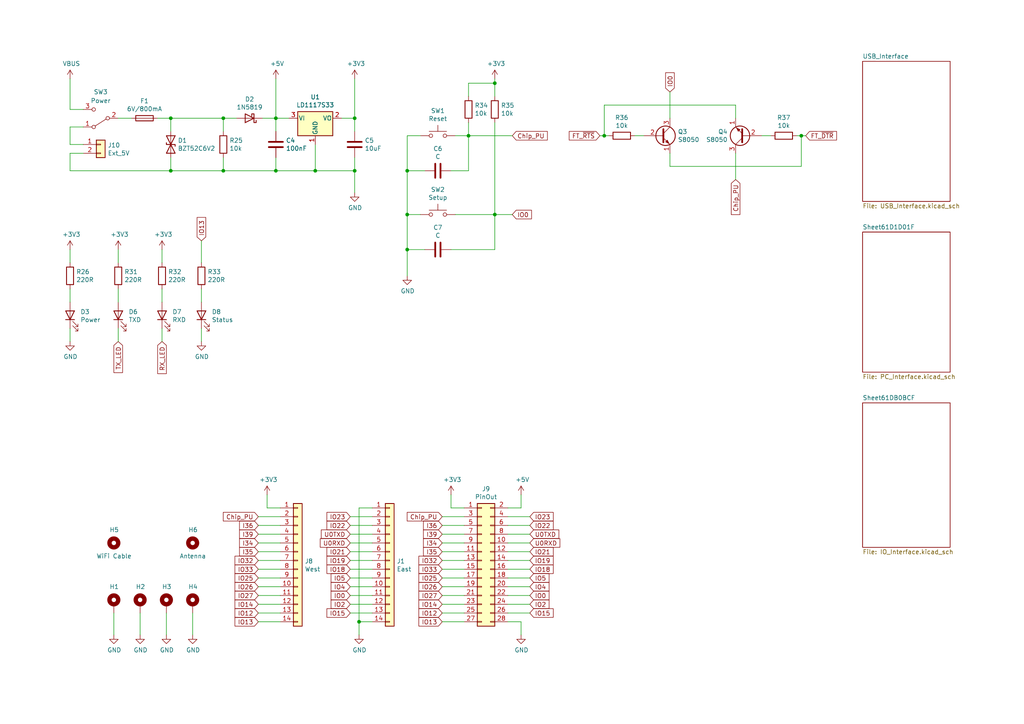
<source format=kicad_sch>
(kicad_sch (version 20211123) (generator eeschema)
  (paper "A4")
  (lib_symbols
    (symbol "Connector_Generic:Conn_01x02" (pin_names (offset 1.016) hide)
      (property "Reference" "J" (at 0 2.54 0))
      (property "Value" "Conn_01x02" (at 0 -5.08 0))
      (symbol "Conn_01x02_1_1"
        (rectangle (start -1.27 -2.413) (end 0 -2.667) (stroke (width 0.1524)))
        (rectangle (start -1.27 0.127) (end 0 -0.127) (stroke (width 0.1524)))
        (rectangle (start -1.27 1.27) (end 1.27 -3.81) (stroke (width 0.254)) (fill (type background)))
        (pin passive line (at -5.08 0 0) (length 3.81) (name "Pin_1") (number "1"))
        (pin passive line (at -5.08 -2.54 0) (length 3.81) (name "Pin_2") (number "2"))
      )
    )
    (symbol "Connector_Generic:Conn_01x14" (pin_names (offset 1.016) hide)
      (property "Reference" "J" (at 0 17.78 0))
      (property "Value" "Conn_01x14" (at 0 -20.32 0))
      (symbol "Conn_01x14_1_1"
        (rectangle (start -1.27 -17.653) (end 0 -17.907) (stroke (width 0.1524)))
        (rectangle (start -1.27 -15.113) (end 0 -15.367) (stroke (width 0.1524)))
        (rectangle (start -1.27 -12.573) (end 0 -12.827) (stroke (width 0.1524)))
        (rectangle (start -1.27 -10.033) (end 0 -10.287) (stroke (width 0.1524)))
        (rectangle (start -1.27 -7.493) (end 0 -7.747) (stroke (width 0.1524)))
        (rectangle (start -1.27 -4.953) (end 0 -5.207) (stroke (width 0.1524)))
        (rectangle (start -1.27 -2.413) (end 0 -2.667) (stroke (width 0.1524)))
        (rectangle (start -1.27 0.127) (end 0 -0.127) (stroke (width 0.1524)))
        (rectangle (start -1.27 2.667) (end 0 2.413) (stroke (width 0.1524)))
        (rectangle (start -1.27 5.207) (end 0 4.953) (stroke (width 0.1524)))
        (rectangle (start -1.27 7.747) (end 0 7.493) (stroke (width 0.1524)))
        (rectangle (start -1.27 10.287) (end 0 10.033) (stroke (width 0.1524)))
        (rectangle (start -1.27 12.827) (end 0 12.573) (stroke (width 0.1524)))
        (rectangle (start -1.27 15.367) (end 0 15.113) (stroke (width 0.1524)))
        (rectangle (start -1.27 16.51) (end 1.27 -19.05) (stroke (width 0.254)) (fill (type background)))
        (pin passive line (at -5.08 15.24 0) (length 3.81) (name "Pin_1") (number "1"))
        (pin passive line (at -5.08 -7.62 0) (length 3.81) (name "Pin_10") (number "10"))
        (pin passive line (at -5.08 -10.16 0) (length 3.81) (name "Pin_11") (number "11"))
        (pin passive line (at -5.08 -12.7 0) (length 3.81) (name "Pin_12") (number "12"))
        (pin passive line (at -5.08 -15.24 0) (length 3.81) (name "Pin_13") (number "13"))
        (pin passive line (at -5.08 -17.78 0) (length 3.81) (name "Pin_14") (number "14"))
        (pin passive line (at -5.08 12.7 0) (length 3.81) (name "Pin_2") (number "2"))
        (pin passive line (at -5.08 10.16 0) (length 3.81) (name "Pin_3") (number "3"))
        (pin passive line (at -5.08 7.62 0) (length 3.81) (name "Pin_4") (number "4"))
        (pin passive line (at -5.08 5.08 0) (length 3.81) (name "Pin_5") (number "5"))
        (pin passive line (at -5.08 2.54 0) (length 3.81) (name "Pin_6") (number "6"))
        (pin passive line (at -5.08 0 0) (length 3.81) (name "Pin_7") (number "7"))
        (pin passive line (at -5.08 -2.54 0) (length 3.81) (name "Pin_8") (number "8"))
        (pin passive line (at -5.08 -5.08 0) (length 3.81) (name "Pin_9") (number "9"))
      )
    )
    (symbol "Connector_Generic:Conn_02x14_Odd_Even" (pin_names (offset 1.016) hide)
      (property "Reference" "J" (at 1.27 17.78 0))
      (property "Value" "Conn_02x14_Odd_Even" (at 1.27 -20.32 0))
      (symbol "Conn_02x14_Odd_Even_1_1"
        (rectangle (start -1.27 -17.653) (end 0 -17.907) (stroke (width 0.1524)))
        (rectangle (start -1.27 -15.113) (end 0 -15.367) (stroke (width 0.1524)))
        (rectangle (start -1.27 -12.573) (end 0 -12.827) (stroke (width 0.1524)))
        (rectangle (start -1.27 -10.033) (end 0 -10.287) (stroke (width 0.1524)))
        (rectangle (start -1.27 -7.493) (end 0 -7.747) (stroke (width 0.1524)))
        (rectangle (start -1.27 -4.953) (end 0 -5.207) (stroke (width 0.1524)))
        (rectangle (start -1.27 -2.413) (end 0 -2.667) (stroke (width 0.1524)))
        (rectangle (start -1.27 0.127) (end 0 -0.127) (stroke (width 0.1524)))
        (rectangle (start -1.27 2.667) (end 0 2.413) (stroke (width 0.1524)))
        (rectangle (start -1.27 5.207) (end 0 4.953) (stroke (width 0.1524)))
        (rectangle (start -1.27 7.747) (end 0 7.493) (stroke (width 0.1524)))
        (rectangle (start -1.27 10.287) (end 0 10.033) (stroke (width 0.1524)))
        (rectangle (start -1.27 12.827) (end 0 12.573) (stroke (width 0.1524)))
        (rectangle (start -1.27 15.367) (end 0 15.113) (stroke (width 0.1524)))
        (rectangle (start -1.27 16.51) (end 3.81 -19.05) (stroke (width 0.254)) (fill (type background)))
        (rectangle (start 3.81 -17.653) (end 2.54 -17.907) (stroke (width 0.1524)))
        (rectangle (start 3.81 -15.113) (end 2.54 -15.367) (stroke (width 0.1524)))
        (rectangle (start 3.81 -12.573) (end 2.54 -12.827) (stroke (width 0.1524)))
        (rectangle (start 3.81 -10.033) (end 2.54 -10.287) (stroke (width 0.1524)))
        (rectangle (start 3.81 -7.493) (end 2.54 -7.747) (stroke (width 0.1524)))
        (rectangle (start 3.81 -4.953) (end 2.54 -5.207) (stroke (width 0.1524)))
        (rectangle (start 3.81 -2.413) (end 2.54 -2.667) (stroke (width 0.1524)))
        (rectangle (start 3.81 0.127) (end 2.54 -0.127) (stroke (width 0.1524)))
        (rectangle (start 3.81 2.667) (end 2.54 2.413) (stroke (width 0.1524)))
        (rectangle (start 3.81 5.207) (end 2.54 4.953) (stroke (width 0.1524)))
        (rectangle (start 3.81 7.747) (end 2.54 7.493) (stroke (width 0.1524)))
        (rectangle (start 3.81 10.287) (end 2.54 10.033) (stroke (width 0.1524)))
        (rectangle (start 3.81 12.827) (end 2.54 12.573) (stroke (width 0.1524)))
        (rectangle (start 3.81 15.367) (end 2.54 15.113) (stroke (width 0.1524)))
        (pin passive line (at -5.08 15.24 0) (length 3.81) (name "Pin_1") (number "1"))
        (pin passive line (at 7.62 5.08 180) (length 3.81) (name "Pin_10") (number "10"))
        (pin passive line (at -5.08 2.54 0) (length 3.81) (name "Pin_11") (number "11"))
        (pin passive line (at 7.62 2.54 180) (length 3.81) (name "Pin_12") (number "12"))
        (pin passive line (at -5.08 0 0) (length 3.81) (name "Pin_13") (number "13"))
        (pin passive line (at 7.62 0 180) (length 3.81) (name "Pin_14") (number "14"))
        (pin passive line (at -5.08 -2.54 0) (length 3.81) (name "Pin_15") (number "15"))
        (pin passive line (at 7.62 -2.54 180) (length 3.81) (name "Pin_16") (number "16"))
        (pin passive line (at -5.08 -5.08 0) (length 3.81) (name "Pin_17") (number "17"))
        (pin passive line (at 7.62 -5.08 180) (length 3.81) (name "Pin_18") (number "18"))
        (pin passive line (at -5.08 -7.62 0) (length 3.81) (name "Pin_19") (number "19"))
        (pin passive line (at 7.62 15.24 180) (length 3.81) (name "Pin_2") (number "2"))
        (pin passive line (at 7.62 -7.62 180) (length 3.81) (name "Pin_20") (number "20"))
        (pin passive line (at -5.08 -10.16 0) (length 3.81) (name "Pin_21") (number "21"))
        (pin passive line (at 7.62 -10.16 180) (length 3.81) (name "Pin_22") (number "22"))
        (pin passive line (at -5.08 -12.7 0) (length 3.81) (name "Pin_23") (number "23"))
        (pin passive line (at 7.62 -12.7 180) (length 3.81) (name "Pin_24") (number "24"))
        (pin passive line (at -5.08 -15.24 0) (length 3.81) (name "Pin_25") (number "25"))
        (pin passive line (at 7.62 -15.24 180) (length 3.81) (name "Pin_26") (number "26"))
        (pin passive line (at -5.08 -17.78 0) (length 3.81) (name "Pin_27") (number "27"))
        (pin passive line (at 7.62 -17.78 180) (length 3.81) (name "Pin_28") (number "28"))
        (pin passive line (at -5.08 12.7 0) (length 3.81) (name "Pin_3") (number "3"))
        (pin passive line (at 7.62 12.7 180) (length 3.81) (name "Pin_4") (number "4"))
        (pin passive line (at -5.08 10.16 0) (length 3.81) (name "Pin_5") (number "5"))
        (pin passive line (at 7.62 10.16 180) (length 3.81) (name "Pin_6") (number "6"))
        (pin passive line (at -5.08 7.62 0) (length 3.81) (name "Pin_7") (number "7"))
        (pin passive line (at 7.62 7.62 180) (length 3.81) (name "Pin_8") (number "8"))
        (pin passive line (at -5.08 5.08 0) (length 3.81) (name "Pin_9") (number "9"))
      )
    )
    (symbol "Device:C" (pin_numbers hide) (pin_names (offset 0.254))
      (property "Reference" "C" (at 0.635 2.54 0))
      (property "Value" "C" (at 0.635 -2.54 0))
      (symbol "C_0_1"
        (polyline (pts (xy -2.032 -0.762) (xy 2.032 -0.762)) (stroke (width 0.508)))
        (polyline (pts (xy -2.032 0.762) (xy 2.032 0.762)) (stroke (width 0.508)))
      )
      (symbol "C_1_1"
        (pin passive line (at 0 3.81 270) (length 2.794) (name "~") (number "1"))
        (pin passive line (at 0 -3.81 90) (length 2.794) (name "~") (number "2"))
      )
    )
    (symbol "Device:D_TVS" (pin_numbers hide) (pin_names (offset 1.016) hide)
      (property "Reference" "D" (at 0 2.54 0))
      (property "Value" "D_TVS" (at 0 -2.54 0))
      (symbol "D_TVS_0_1"
        (polyline (pts (xy 1.27 0) (xy -1.27 0)))
        (polyline (pts (xy 0.508 1.27) (xy 0 1.27) (xy 0 -1.27) (xy -0.508 -1.27)) (stroke (width 0.254)))
        (polyline (pts (xy -2.54 1.27) (xy -2.54 -1.27) (xy 2.54 1.27) (xy 2.54 -1.27) (xy -2.54 1.27)) (stroke (width 0.254)))
      )
      (symbol "D_TVS_1_1"
        (pin passive line (at -3.81 0 0) (length 2.54) (name "A1") (number "1"))
        (pin passive line (at 3.81 0 180) (length 2.54) (name "A2") (number "2"))
      )
    )
    (symbol "Device:Fuse" (pin_numbers hide) (pin_names (offset 0))
      (property "Reference" "F" (at 2.032 0 90))
      (property "Value" "Fuse" (at -1.905 0 90))
      (symbol "Fuse_0_1"
        (rectangle (start -0.762 -2.54) (end 0.762 2.54) (stroke (width 0.254)))
        (polyline (pts (xy 0 2.54) (xy 0 -2.54)))
      )
      (symbol "Fuse_1_1"
        (pin passive line (at 0 3.81 270) (length 1.27) (name "~") (number "1"))
        (pin passive line (at 0 -3.81 90) (length 1.27) (name "~") (number "2"))
      )
    )
    (symbol "Device:LED" (pin_numbers hide) (pin_names (offset 1.016) hide)
      (property "Reference" "D" (at 0 2.54 0))
      (property "Value" "LED" (at 0 -2.54 0))
      (symbol "LED_0_1"
        (polyline (pts (xy -1.27 -1.27) (xy -1.27 1.27)) (stroke (width 0.254)))
        (polyline (pts (xy -1.27 0) (xy 1.27 0)))
        (polyline (pts (xy 1.27 -1.27) (xy 1.27 1.27) (xy -1.27 0) (xy 1.27 -1.27)) (stroke (width 0.254)))
        (polyline (pts (xy -3.048 -0.762) (xy -4.572 -2.286) (xy -3.81 -2.286) (xy -4.572 -2.286) (xy -4.572 -1.524)))
        (polyline (pts (xy -1.778 -0.762) (xy -3.302 -2.286) (xy -2.54 -2.286) (xy -3.302 -2.286) (xy -3.302 -1.524)))
      )
      (symbol "LED_1_1"
        (pin passive line (at -3.81 0 0) (length 2.54) (name "K") (number "1"))
        (pin passive line (at 3.81 0 180) (length 2.54) (name "A") (number "2"))
      )
    )
    (symbol "Device:R" (pin_numbers hide) (pin_names (offset 0))
      (property "Reference" "R" (at 2.032 0 90))
      (property "Value" "R" (at 0 0 90))
      (symbol "R_0_1"
        (rectangle (start -1.016 -2.54) (end 1.016 2.54) (stroke (width 0.254)))
      )
      (symbol "R_1_1"
        (pin passive line (at 0 3.81 270) (length 1.27) (name "~") (number "1"))
        (pin passive line (at 0 -3.81 90) (length 1.27) (name "~") (number "2"))
      )
    )
    (symbol "Diode:1N5819" (pin_numbers hide) (pin_names (offset 1.016) hide)
      (property "Reference" "D" (at 0 2.54 0))
      (property "Value" "1N5819" (at 0 -2.54 0))
      (symbol "1N5819_0_1"
        (polyline (pts (xy 1.27 0) (xy -1.27 0)))
        (polyline (pts (xy 1.27 1.27) (xy 1.27 -1.27) (xy -1.27 0) (xy 1.27 1.27)) (stroke (width 0.254)))
        (polyline (pts (xy -1.905 0.635) (xy -1.905 1.27) (xy -1.27 1.27) (xy -1.27 -1.27) (xy -0.635 -1.27) (xy -0.635 -0.635)) (stroke (width 0.254)))
      )
      (symbol "1N5819_1_1"
        (pin passive line (at -3.81 0 0) (length 2.54) (name "K") (number "1"))
        (pin passive line (at 3.81 0 180) (length 2.54) (name "A") (number "2"))
      )
    )
    (symbol "Mechanical:MountingHole" (pin_names (offset 1.016))
      (property "Reference" "H" (at 0 5.08 0))
      (property "Value" "MountingHole" (at 0 3.175 0))
      (symbol "MountingHole_0_1"
        (circle (center 0 0) (radius 1.27) (stroke (width 1.27)))
      )
    )
    (symbol "Mechanical:MountingHole_Pad" (pin_numbers hide) (pin_names (offset 1.016) hide)
      (property "Reference" "H" (at 0 6.35 0))
      (property "Value" "MountingHole_Pad" (at 0 4.445 0))
      (symbol "MountingHole_Pad_0_1"
        (circle (center 0 1.27) (radius 1.27) (stroke (width 1.27)))
      )
      (symbol "MountingHole_Pad_1_1"
        (pin input line (at 0 -2.54 90) (length 2.54) (name "1") (number "1"))
      )
    )
    (symbol "Regulator_Linear:LD1117S33TR_SOT223" (pin_names (offset 0.254))
      (property "Reference" "U" (at -3.81 3.175 0))
      (property "Value" "LD1117S33TR_SOT223" (at 0 3.175 0))
      (symbol "LD1117S33TR_SOT223_0_1"
        (rectangle (start -5.08 -5.08) (end 5.08 1.905) (stroke (width 0.254)) (fill (type background)))
      )
      (symbol "LD1117S33TR_SOT223_1_1"
        (pin power_in line (at 0 -7.62 90) (length 2.54) (name "GND") (number "1"))
        (pin power_out line (at 7.62 0 180) (length 2.54) (name "VO") (number "2"))
        (pin power_in line (at -7.62 0 0) (length 2.54) (name "VI") (number "3"))
      )
    )
    (symbol "Switch:SW_Push" (pin_numbers hide) (pin_names (offset 1.016) hide)
      (property "Reference" "SW" (at 1.27 2.54 0))
      (property "Value" "SW_Push" (at 0 -1.524 0))
      (symbol "SW_Push_0_1"
        (circle (center -2.032 0) (radius 0.508))
        (polyline (pts (xy 0 1.27) (xy 0 3.048)))
        (polyline (pts (xy 2.54 1.27) (xy -2.54 1.27)))
        (circle (center 2.032 0) (radius 0.508))
        (pin passive line (at -5.08 0 0) (length 2.54) (name "1") (number "1"))
        (pin passive line (at 5.08 0 180) (length 2.54) (name "2") (number "2"))
      )
    )
    (symbol "Switch:SW_SPDT" (pin_names (offset 0) hide)
      (property "Reference" "SW" (at 0 4.318 0))
      (property "Value" "SW_SPDT" (at 0 -5.08 0))
      (symbol "SW_SPDT_0_0"
        (circle (center -2.032 0) (radius 0.508))
        (circle (center 2.032 -2.54) (radius 0.508))
      )
      (symbol "SW_SPDT_0_1"
        (polyline (pts (xy -1.524 0.254) (xy 1.651 2.286)))
        (circle (center 2.032 2.54) (radius 0.508))
      )
      (symbol "SW_SPDT_1_1"
        (pin passive line (at 5.08 2.54 180) (length 2.54) (name "A") (number "1"))
        (pin passive line (at -5.08 0 0) (length 2.54) (name "B") (number "2"))
        (pin passive line (at 5.08 -2.54 180) (length 2.54) (name "C") (number "3"))
      )
    )
    (symbol "Transistor_BJT:S8050" (pin_names (offset 0) hide)
      (property "Reference" "Q" (at 5.08 1.905 0))
      (property "Value" "S8050" (at 5.08 0 0))
      (symbol "S8050_0_1"
        (polyline (pts (xy 0 0) (xy 0.635 0)))
        (polyline (pts (xy 0.635 0.635) (xy 2.54 2.54)))
        (polyline (pts (xy 0.635 -0.635) (xy 2.54 -2.54) (xy 2.54 -2.54)))
        (polyline (pts (xy 0.635 1.905) (xy 0.635 -1.905) (xy 0.635 -1.905)) (stroke (width 0.508)))
        (polyline (pts (xy 1.27 -1.778) (xy 1.778 -1.27) (xy 2.286 -2.286) (xy 1.27 -1.778) (xy 1.27 -1.778)) (fill (type outline)))
        (circle (center 1.27 0) (radius 2.8194) (stroke (width 0.254)))
      )
      (symbol "S8050_1_1"
        (pin passive line (at 2.54 -5.08 90) (length 2.54) (name "E") (number "1"))
        (pin input line (at -5.08 0 0) (length 5.08) (name "B") (number "2"))
        (pin passive line (at 2.54 5.08 270) (length 2.54) (name "C") (number "3"))
      )
    )
    (symbol "power:+3V3" (power) (pin_names (offset 0))
      (property "Value" "+3V3" (at 0 3.556 0))
      (symbol "+3V3_0_1"
        (polyline (pts (xy -0.762 1.27) (xy 0 2.54)))
        (polyline (pts (xy 0 0) (xy 0 2.54)))
        (polyline (pts (xy 0 2.54) (xy 0.762 1.27)))
      )
      (symbol "+3V3_1_1"
        (pin power_in line (at 0 0 90) (length 0) hide (name "+3V3") (number "1"))
      )
    )
    (symbol "power:+5V" (power) (pin_names (offset 0))
      (property "Value" "+5V" (at 0 3.556 0))
      (symbol "+5V_0_1"
        (polyline (pts (xy -0.762 1.27) (xy 0 2.54)))
        (polyline (pts (xy 0 0) (xy 0 2.54)))
        (polyline (pts (xy 0 2.54) (xy 0.762 1.27)))
      )
      (symbol "+5V_1_1"
        (pin power_in line (at 0 0 90) (length 0) hide (name "+5V") (number "1"))
      )
    )
    (symbol "power:GND" (power) (pin_names (offset 0))
      (property "Value" "GND" (at 0 -3.81 0))
      (symbol "GND_0_1"
        (polyline (pts (xy 0 0) (xy 0 -1.27) (xy 1.27 -1.27) (xy 0 -2.54) (xy -1.27 -1.27) (xy 0 -1.27)))
      )
      (symbol "GND_1_1"
        (pin power_in line (at 0 0 270) (length 0) hide (name "GND") (number "1"))
      )
    )
    (symbol "power:VBUS" (power) (pin_names (offset 0))
      (property "Value" "VBUS" (at 0 3.81 0))
      (symbol "VBUS_0_1"
        (polyline (pts (xy -0.762 1.27) (xy 0 2.54)))
        (polyline (pts (xy 0 0) (xy 0 2.54)))
        (polyline (pts (xy 0 2.54) (xy 0.762 1.27)))
      )
      (symbol "VBUS_1_1"
        (pin power_in line (at 0 0 90) (length 0) hide (name "VBUS") (number "1"))
      )
    )
  )
  (junction (at 80.01 49.53))
  (junction (at 104.14 180.34))
  (junction (at 135.89 39.37))
  (junction (at 143.51 24.13))
  (junction (at 118.11 62.23))
  (junction (at 64.77 34.29))
  (junction (at 175.26 39.37))
  (junction (at 118.11 49.53))
  (junction (at 49.53 49.53))
  (junction (at 102.87 49.53))
  (junction (at 64.77 49.53))
  (junction (at 91.44 49.53))
  (junction (at 80.01 34.29))
  (junction (at 143.51 62.23))
  (junction (at 49.53 34.29))
  (junction (at 102.87 34.29))
  (junction (at 118.11 72.39))
  (junction (at 232.41 39.37))
  (wire (pts (xy 118.11 72.39) (xy 123.19 72.39)))
  (wire (pts (xy 104.14 180.34) (xy 104.14 184.15)))
  (wire (pts (xy 121.92 62.23) (xy 118.11 62.23)))
  (wire (pts (xy 118.11 49.53) (xy 123.19 49.53)))
  (wire (pts (xy 20.32 22.86) (xy 20.32 31.75)))
  (wire (pts (xy 20.32 44.45) (xy 20.32 49.53)))
  (wire (pts (xy 130.81 143.51) (xy 130.81 147.32)))
  (wire (pts (xy 74.93 170.18) (xy 81.28 170.18)))
  (wire (pts (xy 130.81 49.53) (xy 135.89 49.53)))
  (wire (pts (xy 118.11 49.53) (xy 118.11 62.23)))
  (wire (pts (xy 194.31 44.45) (xy 194.31 48.26)))
  (wire (pts (xy 213.36 30.48) (xy 213.36 34.29)))
  (wire (pts (xy 20.32 95.25) (xy 20.32 99.06)))
  (wire (pts (xy 147.32 160.02) (xy 153.67 160.02)))
  (wire (pts (xy 80.01 38.1) (xy 80.01 34.29)))
  (wire (pts (xy 20.32 36.83) (xy 20.32 41.91)))
  (wire (pts (xy 153.67 152.4) (xy 147.32 152.4)))
  (wire (pts (xy 194.31 26.67) (xy 194.31 34.29)))
  (wire (pts (xy 34.29 34.29) (xy 38.1 34.29)))
  (wire (pts (xy 102.87 34.29) (xy 102.87 38.1)))
  (wire (pts (xy 80.01 49.53) (xy 64.77 49.53)))
  (wire (pts (xy 153.67 177.8) (xy 147.32 177.8)))
  (wire (pts (xy 101.6 160.02) (xy 107.95 160.02)))
  (wire (pts (xy 143.51 72.39) (xy 143.51 62.23)))
  (wire (pts (xy 143.51 62.23) (xy 143.51 35.56)))
  (wire (pts (xy 102.87 22.86) (xy 102.87 34.29)))
  (wire (pts (xy 49.53 49.53) (xy 49.53 45.72)))
  (wire (pts (xy 135.89 24.13) (xy 143.51 24.13)))
  (wire (pts (xy 101.6 165.1) (xy 107.95 165.1)))
  (wire (pts (xy 80.01 45.72) (xy 80.01 49.53)))
  (wire (pts (xy 91.44 41.91) (xy 91.44 49.53)))
  (wire (pts (xy 147.32 149.86) (xy 153.67 149.86)))
  (wire (pts (xy 55.88 177.8) (xy 55.88 184.15)))
  (wire (pts (xy 49.53 38.1) (xy 49.53 34.29)))
  (wire (pts (xy 107.95 152.4) (xy 101.6 152.4)))
  (wire (pts (xy 101.6 177.8) (xy 107.95 177.8)))
  (wire (pts (xy 232.41 39.37) (xy 231.14 39.37)))
  (wire (pts (xy 101.6 172.72) (xy 107.95 172.72)))
  (wire (pts (xy 118.11 62.23) (xy 118.11 72.39)))
  (wire (pts (xy 153.67 157.48) (xy 147.32 157.48)))
  (wire (pts (xy 134.62 162.56) (xy 128.27 162.56)))
  (wire (pts (xy 147.32 165.1) (xy 153.67 165.1)))
  (wire (pts (xy 128.27 175.26) (xy 134.62 175.26)))
  (wire (pts (xy 153.67 162.56) (xy 147.32 162.56)))
  (wire (pts (xy 130.81 72.39) (xy 143.51 72.39)))
  (wire (pts (xy 118.11 39.37) (xy 118.11 49.53)))
  (wire (pts (xy 232.41 48.26) (xy 232.41 39.37)))
  (wire (pts (xy 46.99 95.25) (xy 46.99 99.06)))
  (wire (pts (xy 34.29 72.39) (xy 34.29 76.2)))
  (wire (pts (xy 34.29 99.06) (xy 34.29 95.25)))
  (wire (pts (xy 64.77 34.29) (xy 68.58 34.29)))
  (wire (pts (xy 184.15 39.37) (xy 186.69 39.37)))
  (wire (pts (xy 64.77 34.29) (xy 49.53 34.29)))
  (wire (pts (xy 20.32 31.75) (xy 24.13 31.75)))
  (wire (pts (xy 34.29 83.82) (xy 34.29 87.63)))
  (wire (pts (xy 80.01 22.86) (xy 80.01 34.29)))
  (wire (pts (xy 143.51 24.13) (xy 143.51 27.94)))
  (wire (pts (xy 74.93 160.02) (xy 81.28 160.02)))
  (wire (pts (xy 101.6 149.86) (xy 107.95 149.86)))
  (wire (pts (xy 135.89 39.37) (xy 135.89 35.56)))
  (wire (pts (xy 101.6 154.94) (xy 107.95 154.94)))
  (wire (pts (xy 33.02 177.8) (xy 33.02 184.15)))
  (wire (pts (xy 102.87 45.72) (xy 102.87 49.53)))
  (wire (pts (xy 99.06 34.29) (xy 102.87 34.29)))
  (wire (pts (xy 40.64 177.8) (xy 40.64 184.15)))
  (wire (pts (xy 81.28 177.8) (xy 74.93 177.8)))
  (wire (pts (xy 134.62 172.72) (xy 128.27 172.72)))
  (wire (pts (xy 128.27 160.02) (xy 134.62 160.02)))
  (wire (pts (xy 49.53 34.29) (xy 45.72 34.29)))
  (wire (pts (xy 81.28 172.72) (xy 74.93 172.72)))
  (wire (pts (xy 64.77 45.72) (xy 64.77 49.53)))
  (wire (pts (xy 153.67 172.72) (xy 147.32 172.72)))
  (wire (pts (xy 91.44 49.53) (xy 80.01 49.53)))
  (wire (pts (xy 81.28 152.4) (xy 74.93 152.4)))
  (wire (pts (xy 135.89 49.53) (xy 135.89 39.37)))
  (wire (pts (xy 128.27 170.18) (xy 134.62 170.18)))
  (wire (pts (xy 81.28 157.48) (xy 74.93 157.48)))
  (wire (pts (xy 80.01 34.29) (xy 83.82 34.29)))
  (wire (pts (xy 58.42 95.25) (xy 58.42 99.06)))
  (wire (pts (xy 134.62 167.64) (xy 128.27 167.64)))
  (wire (pts (xy 128.27 149.86) (xy 134.62 149.86)))
  (wire (pts (xy 74.93 165.1) (xy 81.28 165.1)))
  (wire (pts (xy 147.32 147.32) (xy 151.13 147.32)))
  (wire (pts (xy 147.32 175.26) (xy 153.67 175.26)))
  (wire (pts (xy 153.67 167.64) (xy 147.32 167.64)))
  (wire (pts (xy 64.77 49.53) (xy 49.53 49.53)))
  (wire (pts (xy 64.77 38.1) (xy 64.77 34.29)))
  (wire (pts (xy 77.47 143.51) (xy 77.47 147.32)))
  (wire (pts (xy 46.99 83.82) (xy 46.99 87.63)))
  (wire (pts (xy 220.98 39.37) (xy 223.52 39.37)))
  (wire (pts (xy 46.99 72.39) (xy 46.99 76.2)))
  (wire (pts (xy 194.31 48.26) (xy 232.41 48.26)))
  (wire (pts (xy 20.32 41.91) (xy 24.13 41.91)))
  (wire (pts (xy 118.11 72.39) (xy 118.11 80.01)))
  (wire (pts (xy 135.89 39.37) (xy 148.59 39.37)))
  (wire (pts (xy 143.51 62.23) (xy 148.59 62.23)))
  (wire (pts (xy 213.36 44.45) (xy 213.36 52.07)))
  (wire (pts (xy 81.28 162.56) (xy 74.93 162.56)))
  (wire (pts (xy 74.93 149.86) (xy 81.28 149.86)))
  (wire (pts (xy 147.32 154.94) (xy 153.67 154.94)))
  (wire (pts (xy 128.27 165.1) (xy 134.62 165.1)))
  (wire (pts (xy 24.13 36.83) (xy 20.32 36.83)))
  (wire (pts (xy 48.26 177.8) (xy 48.26 184.15)))
  (wire (pts (xy 128.27 180.34) (xy 134.62 180.34)))
  (wire (pts (xy 128.27 154.94) (xy 134.62 154.94)))
  (wire (pts (xy 173.99 39.37) (xy 175.26 39.37)))
  (wire (pts (xy 132.08 39.37) (xy 135.89 39.37)))
  (wire (pts (xy 20.32 72.39) (xy 20.32 76.2)))
  (wire (pts (xy 134.62 152.4) (xy 128.27 152.4)))
  (wire (pts (xy 107.95 167.64) (xy 101.6 167.64)))
  (wire (pts (xy 175.26 30.48) (xy 175.26 39.37)))
  (wire (pts (xy 107.95 162.56) (xy 101.6 162.56)))
  (wire (pts (xy 121.92 39.37) (xy 118.11 39.37)))
  (wire (pts (xy 130.81 147.32) (xy 134.62 147.32)))
  (wire (pts (xy 104.14 147.32) (xy 104.14 180.34)))
  (wire (pts (xy 107.95 157.48) (xy 101.6 157.48)))
  (wire (pts (xy 101.6 175.26) (xy 107.95 175.26)))
  (wire (pts (xy 24.13 44.45) (xy 20.32 44.45)))
  (wire (pts (xy 135.89 27.94) (xy 135.89 24.13)))
  (wire (pts (xy 101.6 170.18) (xy 107.95 170.18)))
  (wire (pts (xy 151.13 147.32) (xy 151.13 143.51)))
  (wire (pts (xy 147.32 170.18) (xy 153.67 170.18)))
  (wire (pts (xy 77.47 147.32) (xy 81.28 147.32)))
  (wire (pts (xy 104.14 147.32) (xy 107.95 147.32)))
  (wire (pts (xy 74.93 180.34) (xy 81.28 180.34)))
  (wire (pts (xy 102.87 49.53) (xy 91.44 49.53)))
  (wire (pts (xy 20.32 49.53) (xy 49.53 49.53)))
  (wire (pts (xy 74.93 175.26) (xy 81.28 175.26)))
  (wire (pts (xy 232.41 39.37) (xy 233.68 39.37)))
  (wire (pts (xy 58.42 83.82) (xy 58.42 87.63)))
  (wire (pts (xy 107.95 180.34) (xy 104.14 180.34)))
  (wire (pts (xy 81.28 167.64) (xy 74.93 167.64)))
  (wire (pts (xy 20.32 83.82) (xy 20.32 87.63)))
  (wire (pts (xy 102.87 49.53) (xy 102.87 55.88)))
  (wire (pts (xy 74.93 154.94) (xy 81.28 154.94)))
  (wire (pts (xy 213.36 30.48) (xy 175.26 30.48)))
  (wire (pts (xy 143.51 22.86) (xy 143.51 24.13)))
  (wire (pts (xy 151.13 180.34) (xy 151.13 184.15)))
  (wire (pts (xy 58.42 69.85) (xy 58.42 76.2)))
  (wire (pts (xy 175.26 39.37) (xy 176.53 39.37)))
  (wire (pts (xy 76.2 34.29) (xy 80.01 34.29)))
  (wire (pts (xy 132.08 62.23) (xy 143.51 62.23)))
  (wire (pts (xy 134.62 157.48) (xy 128.27 157.48)))
  (wire (pts (xy 134.62 177.8) (xy 128.27 177.8)))
  (wire (pts (xy 147.32 180.34) (xy 151.13 180.34)))
  (global_label "IO13" (shape input) (at 74.93 180.34 180) (property "Intersheet References" "${INTERSHEET_REFS}" (effects hide)))
  (global_label "I35" (shape input) (at 74.93 160.02 180) (property "Intersheet References" "${INTERSHEET_REFS}" (effects hide)))
  (global_label "IO21" (shape input) (at 153.67 160.02 0) (property "Intersheet References" "${INTERSHEET_REFS}" (effects hide)))
  (global_label "IO33" (shape input) (at 128.27 165.1 180) (property "Intersheet References" "${INTERSHEET_REFS}" (effects hide)))
  (global_label "IO0" (shape input) (at 101.6 172.72 180) (property "Intersheet References" "${INTERSHEET_REFS}" (effects hide)))
  (global_label "IO12" (shape input) (at 128.27 177.8 180) (property "Intersheet References" "${INTERSHEET_REFS}" (effects hide)))
  (global_label "Chip_PU" (shape input) (at 148.59 39.37 0) (property "Intersheet References" "${INTERSHEET_REFS}" (effects hide)))
  (global_label "IO33" (shape input) (at 74.93 165.1 180) (property "Intersheet References" "${INTERSHEET_REFS}" (effects hide)))
  (global_label "U0RXD" (shape input) (at 101.6 157.48 180) (property "Intersheet References" "${INTERSHEET_REFS}" (effects hide)))
  (global_label "IO18" (shape input) (at 101.6 165.1 180) (property "Intersheet References" "${INTERSHEET_REFS}" (effects hide)))
  (global_label "Chip_PU" (shape input) (at 74.93 149.86 180) (property "Intersheet References" "${INTERSHEET_REFS}" (effects hide)))
  (global_label "I36" (shape input) (at 128.27 152.4 180) (property "Intersheet References" "${INTERSHEET_REFS}" (effects hide)))
  (global_label "IO4" (shape input) (at 153.67 170.18 0) (property "Intersheet References" "${INTERSHEET_REFS}" (effects hide)))
  (global_label "IO15" (shape input) (at 101.6 177.8 180) (property "Intersheet References" "${INTERSHEET_REFS}" (effects hide)))
  (global_label "IO25" (shape input) (at 74.93 167.64 180) (property "Intersheet References" "${INTERSHEET_REFS}" (effects hide)))
  (global_label "IO22" (shape input) (at 101.6 152.4 180) (property "Intersheet References" "${INTERSHEET_REFS}" (effects hide)))
  (global_label "IO27" (shape input) (at 128.27 172.72 180) (property "Intersheet References" "${INTERSHEET_REFS}" (effects hide)))
  (global_label "IO0" (shape input) (at 153.67 172.72 0) (property "Intersheet References" "${INTERSHEET_REFS}" (effects hide)))
  (global_label "I39" (shape input) (at 74.93 154.94 180) (property "Intersheet References" "${INTERSHEET_REFS}" (effects hide)))
  (global_label "U0RXD" (shape input) (at 153.67 157.48 0) (property "Intersheet References" "${INTERSHEET_REFS}" (effects hide)))
  (global_label "IO13" (shape input) (at 128.27 180.34 180) (property "Intersheet References" "${INTERSHEET_REFS}" (effects hide)))
  (global_label "FT_~{DTR}" (shape input) (at 233.68 39.37 0) (property "Intersheet References" "${INTERSHEET_REFS}" (effects hide)))
  (global_label "I36" (shape input) (at 74.93 152.4 180) (property "Intersheet References" "${INTERSHEET_REFS}" (effects hide)))
  (global_label "IO19" (shape input) (at 101.6 162.56 180) (property "Intersheet References" "${INTERSHEET_REFS}" (effects hide)))
  (global_label "IO5" (shape input) (at 101.6 167.64 180) (property "Intersheet References" "${INTERSHEET_REFS}" (effects hide)))
  (global_label "IO32" (shape input) (at 74.93 162.56 180) (property "Intersheet References" "${INTERSHEET_REFS}" (effects hide)))
  (global_label "TX_LED" (shape input) (at 34.29 99.06 270) (property "Intersheet References" "${INTERSHEET_REFS}" (effects hide)))
  (global_label "I35" (shape input) (at 128.27 160.02 180) (property "Intersheet References" "${INTERSHEET_REFS}" (effects hide)))
  (global_label "I34" (shape input) (at 74.93 157.48 180) (property "Intersheet References" "${INTERSHEET_REFS}" (effects hide)))
  (global_label "RX_LED" (shape input) (at 46.99 99.06 270) (property "Intersheet References" "${INTERSHEET_REFS}" (effects hide)))
  (global_label "IO12" (shape input) (at 74.93 177.8 180) (property "Intersheet References" "${INTERSHEET_REFS}" (effects hide)))
  (global_label "IO14" (shape input) (at 128.27 175.26 180) (property "Intersheet References" "${INTERSHEET_REFS}" (effects hide)))
  (global_label "IO25" (shape input) (at 128.27 167.64 180) (property "Intersheet References" "${INTERSHEET_REFS}" (effects hide)))
  (global_label "IO23" (shape input) (at 153.67 149.86 0) (property "Intersheet References" "${INTERSHEET_REFS}" (effects hide)))
  (global_label "IO19" (shape input) (at 153.67 162.56 0) (property "Intersheet References" "${INTERSHEET_REFS}" (effects hide)))
  (global_label "I34" (shape input) (at 128.27 157.48 180) (property "Intersheet References" "${INTERSHEET_REFS}" (effects hide)))
  (global_label "Chip_PU" (shape input) (at 128.27 149.86 180) (property "Intersheet References" "${INTERSHEET_REFS}" (effects hide)))
  (global_label "IO26" (shape input) (at 74.93 170.18 180) (property "Intersheet References" "${INTERSHEET_REFS}" (effects hide)))
  (global_label "I39" (shape input) (at 128.27 154.94 180) (property "Intersheet References" "${INTERSHEET_REFS}" (effects hide)))
  (global_label "Chip_PU" (shape input) (at 213.36 52.07 270) (property "Intersheet References" "${INTERSHEET_REFS}" (effects hide)))
  (global_label "U0TXD" (shape input) (at 101.6 154.94 180) (property "Intersheet References" "${INTERSHEET_REFS}" (effects hide)))
  (global_label "IO0" (shape input) (at 194.31 26.67 90) (property "Intersheet References" "${INTERSHEET_REFS}" (effects hide)))
  (global_label "IO32" (shape input) (at 128.27 162.56 180) (property "Intersheet References" "${INTERSHEET_REFS}" (effects hide)))
  (global_label "IO2" (shape input) (at 153.67 175.26 0) (property "Intersheet References" "${INTERSHEET_REFS}" (effects hide)))
  (global_label "IO23" (shape input) (at 101.6 149.86 180) (property "Intersheet References" "${INTERSHEET_REFS}" (effects hide)))
  (global_label "IO15" (shape input) (at 153.67 177.8 0) (property "Intersheet References" "${INTERSHEET_REFS}" (effects hide)))
  (global_label "IO4" (shape input) (at 101.6 170.18 180) (property "Intersheet References" "${INTERSHEET_REFS}" (effects hide)))
  (global_label "IO0" (shape input) (at 148.59 62.23 0) (property "Intersheet References" "${INTERSHEET_REFS}" (effects hide)))
  (global_label "IO13" (shape input) (at 58.42 69.85 90) (property "Intersheet References" "${INTERSHEET_REFS}" (effects hide)))
  (global_label "U0TXD" (shape input) (at 153.67 154.94 0) (property "Intersheet References" "${INTERSHEET_REFS}" (effects hide)))
  (global_label "IO21" (shape input) (at 101.6 160.02 180) (property "Intersheet References" "${INTERSHEET_REFS}" (effects hide)))
  (global_label "IO22" (shape input) (at 153.67 152.4 0) (property "Intersheet References" "${INTERSHEET_REFS}" (effects hide)))
  (global_label "IO26" (shape input) (at 128.27 170.18 180) (property "Intersheet References" "${INTERSHEET_REFS}" (effects hide)))
  (global_label "IO2" (shape input) (at 101.6 175.26 180) (property "Intersheet References" "${INTERSHEET_REFS}" (effects hide)))
  (global_label "IO27" (shape input) (at 74.93 172.72 180) (property "Intersheet References" "${INTERSHEET_REFS}" (effects hide)))
  (global_label "FT_~{RTS}" (shape input) (at 173.99 39.37 180) (property "Intersheet References" "${INTERSHEET_REFS}" (effects hide)))
  (global_label "IO14" (shape input) (at 74.93 175.26 180) (property "Intersheet References" "${INTERSHEET_REFS}" (effects hide)))
  (global_label "IO18" (shape input) (at 153.67 165.1 0) (property "Intersheet References" "${INTERSHEET_REFS}" (effects hide)))
  (global_label "IO5" (shape input) (at 153.67 167.64 0) (property "Intersheet References" "${INTERSHEET_REFS}" (effects hide)))
  (symbol (lib_id "Mechanical:MountingHole_Pad") (at 33.02 175.26 0) (unit 1)
    (property "Reference" "H1" (at 31.75 170.18 0) (effects (justify left)))
    (property "Value" "MountingHole_Pad" (effects hide))
    (property "Footprint" "MountingHole:MountingHole_3.2mm_M3_DIN965_Pad" (effects hide))
  )
  (symbol (lib_id "power:GND") (at 33.02 184.15 0) (unit 1)
    (property "Reference" "#PWR05" (effects hide))
    (property "Value" "GND" (at 33.147 188.5442 0))
  )
  (symbol (lib_id "Mechanical:MountingHole_Pad") (at 40.64 175.26 0) (unit 1)
    (property "Reference" "H2" (at 39.37 170.18 0) (effects (justify left)))
    (property "Value" "MountingHole_Pad" (effects hide))
    (property "Footprint" "MountingHole:MountingHole_3.2mm_M3_DIN965_Pad" (effects hide))
  )
  (symbol (lib_id "power:GND") (at 40.64 184.15 0) (unit 1)
    (property "Reference" "#PWR06" (effects hide))
    (property "Value" "GND" (at 40.767 188.5442 0))
  )
  (symbol (lib_id "Mechanical:MountingHole_Pad") (at 48.26 175.26 0) (unit 1)
    (property "Reference" "H3" (at 46.99 170.18 0) (effects (justify left)))
    (property "Value" "MountingHole_Pad" (effects hide))
    (property "Footprint" "MountingHole:MountingHole_3.2mm_M3_DIN965_Pad" (effects hide))
  )
  (symbol (lib_id "power:GND") (at 48.26 184.15 0) (unit 1)
    (property "Reference" "#PWR07" (effects hide))
    (property "Value" "GND" (at 48.387 188.5442 0))
  )
  (symbol (lib_id "Mechanical:MountingHole_Pad") (at 55.88 175.26 0) (unit 1)
    (property "Reference" "H4" (at 54.61 170.18 0) (effects (justify left)))
    (property "Value" "MountingHole_Pad" (effects hide))
    (property "Footprint" "MountingHole:MountingHole_3.2mm_M3_DIN965_Pad" (effects hide))
  )
  (symbol (lib_id "power:GND") (at 55.88 184.15 0) (unit 1)
    (property "Reference" "#PWR08" (effects hide))
    (property "Value" "GND" (at 56.007 188.5442 0))
  )
  (symbol (lib_id "Device:LED") (at 20.32 91.44 90) (unit 1)
    (property "Reference" "D3" (at 23.3172 90.4494 90) (effects (justify right)))
    (property "Value" "Power" (at 23.3172 92.7608 90) (effects (justify right)))
    (property "Footprint" "LED_SMD:LED_1206_3216Metric_Pad1.42x1.75mm_HandSolder" (effects hide))
    (property "Datasheet" "https://www.mouser.de/datasheet/2/239/Lite-On-LTST-C150GKT-1175255.pdf" (effects hide))
  )
  (symbol (lib_id "Device:R") (at 20.32 80.01 0) (unit 1)
    (property "Reference" "R26" (at 22.098 78.8416 0) (effects (justify left)))
    (property "Value" "220R" (at 22.098 81.153 0) (effects (justify left)))
    (property "Footprint" "Resistor_SMD:R_1206_3216Metric_Pad1.30x1.75mm_HandSolder" (effects hide))
  )
  (symbol (lib_id "power:GND") (at 20.32 99.06 0) (unit 1)
    (property "Reference" "#PWR0112" (effects hide))
    (property "Value" "GND" (at 20.447 103.4542 0))
  )
  (symbol (lib_id "power:+3V3") (at 20.32 72.39 0) (unit 1)
    (property "Reference" "#PWR0113" (effects hide))
    (property "Value" "+3V3" (at 20.701 67.9958 0))
  )
  (symbol (lib_id "Switch:SW_Push") (at 127 39.37 0) (unit 1)
    (property "Reference" "SW1" (at 127 32.131 0))
    (property "Value" "Reset" (at 127 34.4424 0))
    (property "Footprint" "Button_Switch_SMD:SW_SPST_PTS645" (effects hide))
  )
  (symbol (lib_id "Switch:SW_Push") (at 127 62.23 0) (unit 1)
    (property "Reference" "SW2" (at 127 54.991 0))
    (property "Value" "Setup" (at 127 57.3024 0))
    (property "Footprint" "Button_Switch_SMD:SW_SPST_PTS645" (effects hide))
  )
  (symbol (lib_id "Transistor_BJT:S8050") (at 215.9 39.37 180) (unit 1)
    (property "Reference" "Q4" (at 211.0486 38.2016 0) (effects (justify left)))
    (property "Value" "S8050" (at 211.0486 40.513 0) (effects (justify left)))
    (property "Footprint" "Package_TO_SOT_SMD:SOT-23" (effects hide))
    (property "Datasheet" "http://www.unisonic.com.tw/datasheet/S8050.pdf" (effects hide))
  )
  (symbol (lib_id "Device:R") (at 227.33 39.37 270) (unit 1)
    (property "Reference" "R37" (at 227.33 34.1122 90))
    (property "Value" "10k" (at 227.33 36.4236 90))
    (property "Footprint" "Resistor_SMD:R_1206_3216Metric_Pad1.30x1.75mm_HandSolder" (effects hide))
  )
  (symbol (lib_id "Device:R") (at 180.34 39.37 270) (unit 1)
    (property "Reference" "R36" (at 180.34 34.1122 90))
    (property "Value" "10k" (at 180.34 36.4236 90))
    (property "Footprint" "Resistor_SMD:R_1206_3216Metric_Pad1.30x1.75mm_HandSolder" (effects hide))
  )
  (symbol (lib_id "Transistor_BJT:S8050") (at 191.77 39.37 0) (unit 1)
    (property "Reference" "Q3" (at 196.596 38.2016 0) (effects (justify left)))
    (property "Value" "S8050" (at 196.596 40.513 0) (effects (justify left)))
    (property "Footprint" "Package_TO_SOT_SMD:SOT-23" (effects hide))
    (property "Datasheet" "http://www.unisonic.com.tw/datasheet/S8050.pdf" (effects hide))
  )
  (symbol (lib_id "power:+3V3") (at 130.81 143.51 0) (unit 1)
    (property "Reference" "#PWR0114" (effects hide))
    (property "Value" "+3V3" (at 131.191 139.1158 0))
  )
  (symbol (lib_id "power:GND") (at 151.13 184.15 0) (unit 1)
    (property "Reference" "#PWR0115" (effects hide))
    (property "Value" "GND" (at 151.257 188.5442 0))
  )
  (symbol (lib_id "Connector_Generic:Conn_01x14") (at 113.03 162.56 0) (unit 1)
    (property "Reference" "J1" (at 115.062 162.7632 0) (effects (justify left)))
    (property "Value" "East" (at 115.062 165.0746 0) (effects (justify left)))
    (property "Footprint" "Connector_PinHeader_2.54mm:PinHeader_1x14_P2.54mm_Vertical" (effects hide))
  )
  (symbol (lib_id "power:+3V3") (at 77.47 143.51 0) (unit 1)
    (property "Reference" "#PWR0116" (effects hide))
    (property "Value" "+3V3" (at 77.851 139.1158 0))
  )
  (symbol (lib_id "power:GND") (at 104.14 184.15 0) (unit 1)
    (property "Reference" "#PWR0117" (effects hide))
    (property "Value" "GND" (at 104.267 188.5442 0))
  )
  (symbol (lib_id "Connector_Generic:Conn_01x14") (at 86.36 162.56 0) (unit 1)
    (property "Reference" "J8" (at 88.392 162.7632 0) (effects (justify left)))
    (property "Value" "West" (at 88.392 165.0746 0) (effects (justify left)))
    (property "Footprint" "Connector_PinHeader_2.54mm:PinHeader_1x14_P2.54mm_Vertical" (effects hide))
  )
  (symbol (lib_id "Regulator_Linear:LD1117S33TR_SOT223") (at 91.44 34.29 0) (unit 1)
    (property "Reference" "U1" (at 91.44 28.1432 0))
    (property "Value" "LD1117S33" (at 91.44 30.4546 0))
    (property "Footprint" "Package_TO_SOT_SMD:SOT-223-3_TabPin2" (effects hide))
    (property "Datasheet" "http://www.st.com/st-web-ui/static/active/en/resource/technical/document/datasheet/CD00000544.pdf" (effects hide))
  )
  (symbol (lib_id "power:VBUS") (at 20.32 22.86 0) (unit 1)
    (property "Reference" "#PWR01" (effects hide))
    (property "Value" "VBUS" (at 20.701 18.4658 0))
  )
  (symbol (lib_id "power:+5V") (at 80.01 22.86 0) (unit 1)
    (property "Reference" "#PWR02" (effects hide))
    (property "Value" "+5V" (at 80.391 18.4658 0))
  )
  (symbol (lib_id "power:+3V3") (at 102.87 22.86 0) (unit 1)
    (property "Reference" "#PWR03" (effects hide))
    (property "Value" "+3V3" (at 103.251 18.4658 0))
  )
  (symbol (lib_id "Device:R") (at 64.77 41.91 0) (unit 1)
    (property "Reference" "R25" (at 66.548 40.7416 0) (effects (justify left)))
    (property "Value" "10k" (at 66.548 43.053 0) (effects (justify left)))
    (property "Footprint" "Resistor_SMD:R_1206_3216Metric_Pad1.30x1.75mm_HandSolder" (effects hide))
  )
  (symbol (lib_id "Diode:1N5819") (at 72.39 34.29 180) (unit 1)
    (property "Reference" "D2" (at 72.39 28.7782 0))
    (property "Value" "1N5819" (at 72.39 31.0896 0))
    (property "Footprint" "Diode_SMD:D_SOD-323_HandSoldering" (effects hide))
    (property "Datasheet" "http://www.vishay.com/docs/88525/1n5817.pdf" (effects hide))
  )
  (symbol (lib_id "Device:D_TVS") (at 49.53 41.91 270) (unit 1)
    (property "Reference" "D1" (at 51.562 40.7416 90) (effects (justify left)))
    (property "Value" "BZT52C6V2" (at 51.562 43.053 90) (effects (justify left)))
    (property "Footprint" "Diode_SMD:D_SOD-323_HandSoldering" (effects hide))
  )
  (symbol (lib_id "Device:Fuse") (at 41.91 34.29 90) (unit 1)
    (property "Reference" "F1" (at 41.91 29.2862 90))
    (property "Value" "6V/800mA" (at 41.91 31.5976 90))
    (property "Footprint" "Fuse:Fuse_1206_3216Metric_Pad1.42x1.75mm_HandSolder" (effects hide))
  )
  (symbol (lib_id "Device:C") (at 80.01 41.91 0) (unit 1)
    (property "Reference" "C4" (at 82.931 40.7416 0) (effects (justify left)))
    (property "Value" "100nF" (at 82.931 43.053 0) (effects (justify left)))
    (property "Footprint" "Capacitor_SMD:C_1206_3216Metric_Pad1.33x1.80mm_HandSolder" (effects hide))
  )
  (symbol (lib_id "Device:C") (at 102.87 41.91 0) (unit 1)
    (property "Reference" "C5" (at 105.791 40.7416 0) (effects (justify left)))
    (property "Value" "10uF" (at 105.791 43.053 0) (effects (justify left)))
    (property "Footprint" "Capacitor_SMD:C_1206_3216Metric_Pad1.33x1.80mm_HandSolder" (effects hide))
  )
  (symbol (lib_id "power:GND") (at 102.87 55.88 0) (unit 1)
    (property "Reference" "#PWR04" (effects hide))
    (property "Value" "GND" (at 102.997 60.2742 0))
  )
  (symbol (lib_id "Switch:SW_SPDT") (at 29.21 34.29 180) (unit 1)
    (property "Reference" "SW3" (at 29.21 26.67 0))
    (property "Value" "Power" (at 29.21 29.21 0))
    (property "Footprint" "Button_Switch_THT:SW_E-Switch_EG1224_SPDT_Angled" (effects hide))
  )
  (symbol (lib_id "Mechanical:MountingHole") (at 33.02 157.48 0) (unit 1)
    (property "Reference" "H5" (at 31.75 153.67 0) (effects (justify left)))
    (property "Value" "WiFi Cable" (at 27.94 161.29 0) (effects (justify left)))
    (property "Footprint" "MountingHole:MountingHole_5.5mm" (effects hide))
  )
  (symbol (lib_id "Mechanical:MountingHole") (at 55.88 157.48 0) (unit 1)
    (property "Reference" "H6" (at 54.61 153.67 0) (effects (justify left)))
    (property "Value" "Antenna" (at 52.07 161.29 0) (effects (justify left)))
    (property "Footprint" "MountingHole:MountingHole_5.5mm" (effects hide))
  )
  (symbol (lib_id "Device:LED") (at 34.29 91.44 90) (unit 1)
    (property "Reference" "D6" (at 37.2872 90.4494 90) (effects (justify right)))
    (property "Value" "TXD" (at 37.2872 92.7608 90) (effects (justify right)))
    (property "Footprint" "LED_SMD:LED_1206_3216Metric_Pad1.42x1.75mm_HandSolder" (effects hide))
    (property "Datasheet" "https://www.mouser.de/datasheet/2/239/Lite-On-LTST-C150GKT-1175255.pdf" (effects hide))
  )
  (symbol (lib_id "Device:LED") (at 46.99 91.44 90) (unit 1)
    (property "Reference" "D7" (at 49.9872 90.4494 90) (effects (justify right)))
    (property "Value" "RXD" (at 49.9872 92.7608 90) (effects (justify right)))
    (property "Footprint" "LED_SMD:LED_1206_3216Metric_Pad1.42x1.75mm_HandSolder" (effects hide))
    (property "Datasheet" "https://www.mouser.de/datasheet/2/239/Lite-On-LTST-C150GKT-1175255.pdf" (effects hide))
  )
  (symbol (lib_id "Device:R") (at 34.29 80.01 0) (unit 1)
    (property "Reference" "R31" (at 36.068 78.8416 0) (effects (justify left)))
    (property "Value" "220R" (at 36.068 81.153 0) (effects (justify left)))
    (property "Footprint" "Resistor_SMD:R_1206_3216Metric_Pad1.30x1.75mm_HandSolder" (effects hide))
  )
  (symbol (lib_id "Device:R") (at 46.99 80.01 0) (unit 1)
    (property "Reference" "R32" (at 48.768 78.8416 0) (effects (justify left)))
    (property "Value" "220R" (at 48.768 81.153 0) (effects (justify left)))
    (property "Footprint" "Resistor_SMD:R_1206_3216Metric_Pad1.30x1.75mm_HandSolder" (effects hide))
  )
  (symbol (lib_id "Device:LED") (at 58.42 91.44 90) (unit 1)
    (property "Reference" "D8" (at 61.4172 90.4494 90) (effects (justify right)))
    (property "Value" "Status" (at 61.4172 92.7608 90) (effects (justify right)))
    (property "Footprint" "LED_SMD:LED_1206_3216Metric_Pad1.42x1.75mm_HandSolder" (effects hide))
    (property "Datasheet" "https://www.mouser.de/datasheet/2/239/Lite-On-LTST-C150GKT-1175255.pdf" (effects hide))
  )
  (symbol (lib_id "Device:R") (at 58.42 80.01 0) (unit 1)
    (property "Reference" "R33" (at 60.198 78.8416 0) (effects (justify left)))
    (property "Value" "220R" (at 60.198 81.153 0) (effects (justify left)))
    (property "Footprint" "Resistor_SMD:R_1206_3216Metric_Pad1.30x1.75mm_HandSolder" (effects hide))
  )
  (symbol (lib_id "power:GND") (at 58.42 99.06 0) (unit 1)
    (property "Reference" "#PWR0118" (effects hide))
    (property "Value" "GND" (at 58.547 103.4542 0))
  )
  (symbol (lib_id "Connector_Generic:Conn_01x02") (at 29.21 41.91 0) (unit 1)
    (property "Reference" "J10" (at 31.242 42.1132 0) (effects (justify left)))
    (property "Value" "Ext_5V" (at 31.242 44.4246 0) (effects (justify left)))
    (property "Footprint" "Connector_PinHeader_2.54mm:PinHeader_1x02_P2.54mm_Horizontal" (effects hide))
  )
  (symbol (lib_id "Device:R") (at 135.89 31.75 0) (unit 1)
    (property "Reference" "R34" (at 137.668 30.5816 0) (effects (justify left)))
    (property "Value" "10k" (at 137.668 32.893 0) (effects (justify left)))
    (property "Footprint" "Resistor_SMD:R_1206_3216Metric_Pad1.30x1.75mm_HandSolder" (effects hide))
  )
  (symbol (lib_id "Device:R") (at 143.51 31.75 0) (unit 1)
    (property "Reference" "R35" (at 145.288 30.5816 0) (effects (justify left)))
    (property "Value" "10k" (at 145.288 32.893 0) (effects (justify left)))
    (property "Footprint" "Resistor_SMD:R_1206_3216Metric_Pad1.30x1.75mm_HandSolder" (effects hide))
  )
  (symbol (lib_id "Device:C") (at 127 49.53 270) (unit 1)
    (property "Reference" "C6" (at 127 43.1292 90))
    (property "Value" "C" (at 127 45.4406 90))
    (property "Footprint" "Capacitor_SMD:C_1206_3216Metric_Pad1.33x1.80mm_HandSolder" (effects hide))
  )
  (symbol (lib_id "Device:C") (at 127 72.39 270) (unit 1)
    (property "Reference" "C7" (at 127 65.9892 90))
    (property "Value" "C" (at 127 68.3006 90))
    (property "Footprint" "Capacitor_SMD:C_1206_3216Metric_Pad1.33x1.80mm_HandSolder" (effects hide))
  )
  (symbol (lib_id "power:GND") (at 118.11 80.01 0) (unit 1)
    (property "Reference" "#PWR0119" (effects hide))
    (property "Value" "GND" (at 118.237 84.4042 0))
  )
  (symbol (lib_id "power:+3V3") (at 143.51 22.86 0) (unit 1)
    (property "Reference" "#PWR0120" (effects hide))
    (property "Value" "+3V3" (at 143.891 18.4658 0))
  )
  (symbol (lib_id "power:+3V3") (at 34.29 72.39 0) (unit 1)
    (property "Reference" "#PWR0121" (effects hide))
    (property "Value" "+3V3" (at 34.671 67.9958 0))
  )
  (symbol (lib_id "power:+3V3") (at 46.99 72.39 0) (unit 1)
    (property "Reference" "#PWR0122" (effects hide))
    (property "Value" "+3V3" (at 47.371 67.9958 0))
  )
  (symbol (lib_id "power:+5V") (at 151.13 143.51 0) (unit 1)
    (property "Reference" "#PWR0123" (effects hide))
    (property "Value" "+5V" (at 151.511 139.1158 0))
  )
  (symbol (lib_id "Connector_Generic:Conn_02x14_Odd_Even") (at 139.7 162.56 0) (unit 1)
    (property "Reference" "J9" (at 140.97 141.8082 0))
    (property "Value" "PinOut" (at 140.97 144.1196 0))
    (property "Footprint" "Connector_PinHeader_2.54mm:PinHeader_2x14_P2.54mm_Vertical" (effects hide))
  )
  (sheet (at 250.19 17.78) (size 25.4 40.64)
    (property "Sheet name" "USB_Interface" (at 250.19 17.0684 0) (effects (justify left bottom)))
    (property "Sheet file" "USB_Interface.kicad_sch" (at 250.19 59.0046 0) (effects (justify left top)))
  )
  (sheet (at 250.19 67.31) (size 25.4 40.64)
    (property "Sheet name" "Sheet61D1D01F" (at 250.19 66.5984 0) (effects (justify left bottom)))
    (property "Sheet file" "PC_Interface.kicad_sch" (at 250.19 108.5346 0) (effects (justify left top)))
  )
  (sheet (at 250.19 116.84) (size 25.4 41.91)
    (property "Sheet name" "Sheet61DB0BCF" (at 250.19 116.1284 0) (effects (justify left bottom)))
    (property "Sheet file" "IO_Interface.kicad_sch" (at 250.19 159.3346 0) (effects (justify left top)))
  )
)
</source>
